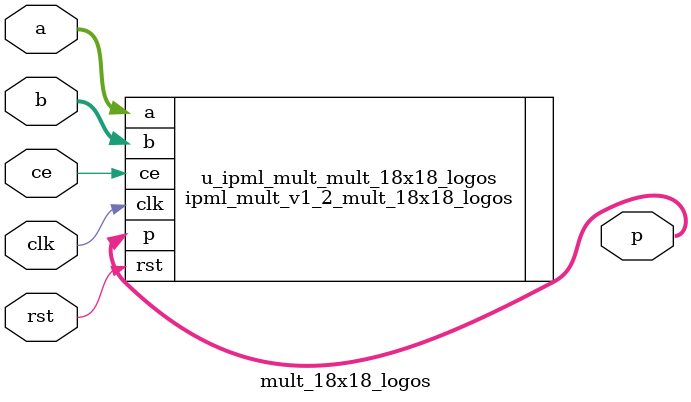
<source format=v>


module mult_18x18_logos
(
     ce  ,
     rst ,
     clk ,
     a   ,
     b   ,
     p
);



localparam ASIZE = 18 ; //@IPC int 2,72

localparam BSIZE = 18 ; //@IPC int 2,72

localparam A_SIGNED = 0 ; //@IPC enum 0,1

localparam B_SIGNED = 0 ; //@IPC enum 0,1

localparam ASYNC_RST = 1 ; //@IPC enum 0,1

localparam OPTIMAL_TIMING = 0 ; //@IPC enum 0,1

localparam INREG_EN = 0 ; //@IPC enum 0,1

localparam PIPEREG_EN_1 = 1 ; //@IPC enum 0,1

localparam PIPEREG_EN_2 = 0 ; //@IPC enum 0,1

localparam PIPEREG_EN_3 = 0 ; //@IPC enum 0,1

localparam OUTREG_EN = 0 ; //@IPC enum 0,1

//tmp variable for ipc purpose

localparam PIPE_STATUS = 1 ; //@IPC enum 0,1,2,3,4,5

localparam ASYNC_RST_BOOL = 1 ; //@IPC bool

localparam OPTIMAL_TIMING_BOOL = 0 ; //@IPC bool

//end of tmp variable
localparam  GRS_EN       = "FALSE"         ;

localparam  PSIZE = ASIZE + BSIZE          ;

input                 ce  ;
input                 rst ;
input                 clk ;
input  [ASIZE-1:0]    a   ;
input  [BSIZE-1:0]    b   ;
output [PSIZE-1:0]    p   ;

ipml_mult_v1_2_mult_18x18_logos
    #(
    .ASIZE           ( ASIZE            ),
    .BSIZE           ( BSIZE            ),
    .OPTIMAL_TIMING  ( OPTIMAL_TIMING   ),
    .INREG_EN        ( INREG_EN         ),
    .PIPEREG_EN_1    ( PIPEREG_EN_1     ),
    .PIPEREG_EN_2    ( PIPEREG_EN_2     ),
    .PIPEREG_EN_3    ( PIPEREG_EN_3     ),
    .OUTREG_EN       ( OUTREG_EN        ),
    .GRS_EN          ( GRS_EN           ),
    .A_SIGNED        ( A_SIGNED         ),
    .B_SIGNED        ( B_SIGNED         ),
    .ASYNC_RST       ( ASYNC_RST        )
    )u_ipml_mult_mult_18x18_logos
    (
    .ce              ( ce     ),
    .rst             ( rst    ),
    .clk             ( clk    ),
    .a               ( a      ),
    .b               ( b      ),
    .p               ( p      )
    );

endmodule


</source>
